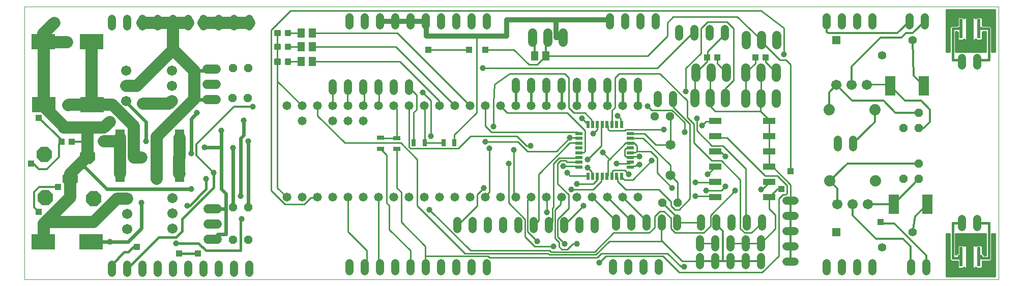
<source format=gtl>
G75*
%MOIN*%
%OFA0B0*%
%FSLAX25Y25*%
%IPPOS*%
%LPD*%
%AMOC8*
5,1,8,0,0,1.08239X$1,22.5*
%
%ADD10C,0.00000*%
%ADD11OC8,0.05200*%
%ADD12C,0.06000*%
%ADD13OC8,0.10000*%
%ADD14R,0.07900X0.04300*%
%ADD15C,0.05800*%
%ADD16C,0.06750*%
%ADD17R,0.05000X0.02200*%
%ADD18R,0.02200X0.05000*%
%ADD19C,0.06500*%
%ADD20C,0.05200*%
%ADD21R,0.15748X0.09843*%
%ADD22R,0.06181X0.11102*%
%ADD23R,0.03150X0.04724*%
%ADD24R,0.04724X0.03150*%
%ADD25R,0.05543X0.05543*%
%ADD26C,0.05543*%
%ADD27R,0.07087X0.12598*%
%ADD28C,0.07400*%
%ADD29R,0.05118X0.05906*%
%ADD30C,0.01181*%
%ADD31R,0.01969X0.12992*%
%ADD32R,0.01575X0.01969*%
%ADD33R,0.05118X0.12992*%
%ADD34R,0.03937X0.04331*%
%ADD35R,0.04331X0.03937*%
%ADD36C,0.00984*%
%ADD37C,0.03962*%
%ADD38C,0.02400*%
%ADD39C,0.01000*%
%ADD40C,0.01575*%
%ADD41C,0.01200*%
%ADD42R,0.03962X0.03962*%
%ADD43C,0.07874*%
%ADD44C,0.04750*%
%ADD45R,0.04750X0.04750*%
%ADD46C,0.03200*%
%ADD47C,0.01600*%
%ADD48R,0.03100X0.03100*%
%ADD49C,0.03100*%
D10*
X0115195Y0123933D02*
X0115195Y0302634D01*
X0753659Y0302634D01*
X0753659Y0123933D01*
X0115195Y0123933D01*
D11*
X0251967Y0149681D03*
X0261967Y0149681D03*
X0261967Y0171020D03*
X0251967Y0171020D03*
X0251573Y0242634D03*
X0261573Y0242634D03*
X0261967Y0262594D03*
X0251967Y0262594D03*
X0528089Y0230665D03*
X0538089Y0230665D03*
X0533148Y0174209D03*
X0543148Y0174209D03*
X0691396Y0189799D03*
X0701396Y0189799D03*
X0701396Y0199799D03*
X0701396Y0223264D03*
X0691396Y0223264D03*
X0701396Y0233264D03*
D12*
X0607974Y0239366D02*
X0607974Y0245366D01*
X0597974Y0245366D02*
X0597974Y0239366D01*
X0587974Y0239366D02*
X0587974Y0245366D01*
X0574510Y0245681D02*
X0574510Y0239681D01*
X0564510Y0239681D02*
X0564510Y0245681D01*
X0554510Y0245681D02*
X0554510Y0239681D01*
X0555297Y0256374D02*
X0555297Y0262374D01*
X0565297Y0262374D02*
X0565297Y0256374D01*
X0575297Y0256374D02*
X0575297Y0262374D01*
X0587974Y0262453D02*
X0587974Y0256453D01*
X0597974Y0256453D02*
X0597974Y0262453D01*
X0607974Y0262453D02*
X0607974Y0256453D01*
X0608100Y0277835D02*
X0608100Y0283835D01*
X0598100Y0283835D02*
X0598100Y0277835D01*
X0588100Y0277835D02*
X0588100Y0283835D01*
X0468112Y0285382D02*
X0468112Y0279382D01*
X0458112Y0279382D02*
X0458112Y0285382D01*
X0448112Y0285382D02*
X0448112Y0279382D01*
X0240793Y0261650D02*
X0234793Y0261650D01*
X0234793Y0251650D02*
X0240793Y0251650D01*
X0240793Y0241650D02*
X0234793Y0241650D01*
X0235581Y0169988D02*
X0241581Y0169988D01*
X0241581Y0159988D02*
X0235581Y0159988D01*
X0235581Y0149988D02*
X0241581Y0149988D01*
D13*
X0160510Y0176807D03*
X0145116Y0189878D03*
X0129014Y0177516D03*
X0128069Y0205665D03*
X0156415Y0204484D03*
D14*
X0567889Y0207634D03*
X0567889Y0217634D03*
X0567889Y0227634D03*
X0603289Y0227634D03*
X0603289Y0217634D03*
X0603289Y0207634D03*
X0603289Y0197634D03*
X0603289Y0187634D03*
X0603289Y0177634D03*
X0567889Y0177634D03*
X0567889Y0187634D03*
X0567889Y0197634D03*
D15*
X0517100Y0177862D03*
X0507100Y0177862D03*
X0497100Y0177862D03*
X0487100Y0177862D03*
X0477100Y0177862D03*
X0467100Y0177862D03*
X0457100Y0177862D03*
X0447100Y0177862D03*
X0437100Y0177862D03*
X0427100Y0177862D03*
X0417100Y0177862D03*
X0407100Y0177862D03*
X0397100Y0177862D03*
X0387100Y0177862D03*
X0377100Y0177862D03*
X0367100Y0177862D03*
X0357100Y0177862D03*
X0347100Y0177862D03*
X0337100Y0177862D03*
X0327100Y0177862D03*
X0317100Y0177862D03*
X0307100Y0177862D03*
X0297100Y0177862D03*
X0287100Y0177862D03*
X0297100Y0227862D03*
X0297100Y0237862D03*
X0287100Y0237862D03*
X0307100Y0237862D03*
X0317100Y0237862D03*
X0327100Y0237862D03*
X0337100Y0237862D03*
X0347100Y0237862D03*
X0357100Y0237862D03*
X0367100Y0237862D03*
X0377100Y0237862D03*
X0387100Y0237862D03*
X0397100Y0237862D03*
X0407100Y0237862D03*
X0417100Y0237862D03*
X0427100Y0237862D03*
X0437100Y0237862D03*
X0447100Y0237862D03*
X0457100Y0237862D03*
X0467100Y0237862D03*
X0477100Y0237862D03*
X0487100Y0237862D03*
X0497100Y0237862D03*
X0507100Y0237862D03*
X0517100Y0237862D03*
X0337100Y0227862D03*
X0327100Y0227862D03*
X0317100Y0227862D03*
D16*
X0211793Y0240941D03*
X0211793Y0250941D03*
X0211793Y0260941D03*
X0181998Y0260862D03*
X0181998Y0250862D03*
X0181998Y0240862D03*
X0182675Y0176650D03*
X0182675Y0166650D03*
X0182675Y0156650D03*
X0212085Y0157043D03*
X0212085Y0167043D03*
X0212085Y0177043D03*
X0647852Y0173146D03*
X0657852Y0173146D03*
X0667852Y0173146D03*
X0667360Y0251394D03*
X0657360Y0251394D03*
X0647360Y0251394D03*
D17*
X0512323Y0219531D03*
X0512323Y0216382D03*
X0512323Y0213232D03*
X0512323Y0210083D03*
X0512323Y0206933D03*
X0512323Y0203783D03*
X0512323Y0200634D03*
X0512323Y0197484D03*
X0478523Y0197484D03*
X0478523Y0200634D03*
X0478523Y0203783D03*
X0478523Y0206933D03*
X0478523Y0210083D03*
X0478523Y0213232D03*
X0478523Y0216382D03*
X0478523Y0219531D03*
D18*
X0484400Y0225408D03*
X0487549Y0225408D03*
X0490699Y0225408D03*
X0493848Y0225408D03*
X0496998Y0225408D03*
X0500148Y0225408D03*
X0503297Y0225408D03*
X0506447Y0225408D03*
X0506447Y0191608D03*
X0503297Y0191608D03*
X0500148Y0191608D03*
X0496998Y0191608D03*
X0493848Y0191608D03*
X0490699Y0191608D03*
X0487549Y0191608D03*
X0484400Y0191608D03*
D19*
X0538435Y0192185D03*
X0538435Y0212185D03*
D20*
X0540234Y0239443D02*
X0540234Y0244643D01*
X0530234Y0244643D02*
X0530234Y0239443D01*
X0517203Y0248302D02*
X0517203Y0253502D01*
X0507203Y0253502D02*
X0507203Y0248302D01*
X0497203Y0248302D02*
X0497203Y0253502D01*
X0487203Y0253502D02*
X0487203Y0248302D01*
X0477203Y0248302D02*
X0477203Y0253502D01*
X0467203Y0253502D02*
X0467203Y0248302D01*
X0457203Y0248302D02*
X0457203Y0253502D01*
X0447203Y0253502D02*
X0447203Y0248302D01*
X0437203Y0248302D02*
X0437203Y0253502D01*
X0367065Y0252517D02*
X0367065Y0247317D01*
X0357065Y0247317D02*
X0357065Y0252517D01*
X0347065Y0252517D02*
X0347065Y0247317D01*
X0337065Y0247317D02*
X0337065Y0252517D01*
X0327065Y0252517D02*
X0327065Y0247317D01*
X0317065Y0247317D02*
X0317065Y0252517D01*
X0328069Y0290624D02*
X0328069Y0295824D01*
X0338069Y0295824D02*
X0338069Y0290624D01*
X0348069Y0290624D02*
X0348069Y0295824D01*
X0358069Y0295824D02*
X0358069Y0290624D01*
X0368069Y0290624D02*
X0368069Y0295824D01*
X0378069Y0295824D02*
X0378069Y0290624D01*
X0388069Y0290624D02*
X0388069Y0295824D01*
X0398069Y0295824D02*
X0398069Y0290624D01*
X0408069Y0290624D02*
X0408069Y0295824D01*
X0418069Y0295824D02*
X0418069Y0290624D01*
X0498738Y0290624D02*
X0498738Y0295824D01*
X0508738Y0295824D02*
X0508738Y0290624D01*
X0518738Y0290624D02*
X0518738Y0295824D01*
X0528738Y0295824D02*
X0528738Y0290624D01*
X0544211Y0288210D02*
X0544211Y0283010D01*
X0554211Y0283010D02*
X0554211Y0288210D01*
X0564211Y0288210D02*
X0564211Y0283010D01*
X0574211Y0283010D02*
X0574211Y0288210D01*
X0640963Y0290624D02*
X0640963Y0295824D01*
X0650963Y0295824D02*
X0650963Y0290624D01*
X0660963Y0290624D02*
X0660963Y0295824D01*
X0670963Y0295824D02*
X0670963Y0290624D01*
X0695077Y0290624D02*
X0695077Y0295824D01*
X0705077Y0295824D02*
X0705077Y0290624D01*
X0729526Y0269250D02*
X0729526Y0264050D01*
X0739526Y0264050D02*
X0739526Y0269250D01*
X0658344Y0215608D02*
X0658344Y0210408D01*
X0648344Y0210408D02*
X0648344Y0215608D01*
X0619763Y0175429D02*
X0614563Y0175429D01*
X0614563Y0165429D02*
X0619763Y0165429D01*
X0619763Y0155429D02*
X0614563Y0155429D01*
X0598667Y0158538D02*
X0598667Y0163738D01*
X0588667Y0163738D02*
X0588667Y0158538D01*
X0578667Y0158538D02*
X0578667Y0163738D01*
X0568667Y0163738D02*
X0568667Y0158538D01*
X0558667Y0158538D02*
X0558667Y0163738D01*
X0542872Y0163690D02*
X0542872Y0158490D01*
X0532872Y0158490D02*
X0532872Y0163690D01*
X0522872Y0163690D02*
X0522872Y0158490D01*
X0512872Y0158490D02*
X0512872Y0163690D01*
X0502872Y0163690D02*
X0502872Y0158490D01*
X0488935Y0156766D02*
X0488935Y0161966D01*
X0478935Y0161966D02*
X0478935Y0156766D01*
X0468935Y0156766D02*
X0468935Y0161966D01*
X0458935Y0161966D02*
X0458935Y0156766D01*
X0448935Y0156766D02*
X0448935Y0161966D01*
X0438935Y0161966D02*
X0438935Y0156766D01*
X0428935Y0156766D02*
X0428935Y0161966D01*
X0418935Y0161966D02*
X0418935Y0156766D01*
X0408935Y0156766D02*
X0408935Y0161966D01*
X0398935Y0161966D02*
X0398935Y0156766D01*
X0398069Y0134407D02*
X0398069Y0129207D01*
X0388069Y0129207D02*
X0388069Y0134407D01*
X0378069Y0134407D02*
X0378069Y0129207D01*
X0368069Y0129207D02*
X0368069Y0134407D01*
X0358069Y0134407D02*
X0358069Y0129207D01*
X0348069Y0129207D02*
X0348069Y0134407D01*
X0338069Y0134407D02*
X0338069Y0129207D01*
X0328069Y0129207D02*
X0328069Y0134407D01*
X0262557Y0133423D02*
X0262557Y0128223D01*
X0252557Y0128223D02*
X0252557Y0133423D01*
X0242557Y0133423D02*
X0242557Y0128223D01*
X0232557Y0128223D02*
X0232557Y0133423D01*
X0222557Y0133423D02*
X0222557Y0128223D01*
X0212557Y0128223D02*
X0212557Y0133423D01*
X0202557Y0133423D02*
X0202557Y0128223D01*
X0192557Y0128223D02*
X0192557Y0133423D01*
X0182557Y0133423D02*
X0182557Y0128223D01*
X0172557Y0128223D02*
X0172557Y0133423D01*
X0408069Y0134407D02*
X0408069Y0129207D01*
X0418069Y0129207D02*
X0418069Y0134407D01*
X0500938Y0134607D02*
X0500938Y0129407D01*
X0510938Y0129407D02*
X0510938Y0134607D01*
X0520938Y0134607D02*
X0520938Y0129407D01*
X0530938Y0129407D02*
X0530938Y0134607D01*
X0557793Y0133144D02*
X0557793Y0138344D01*
X0567793Y0138344D02*
X0567793Y0133144D01*
X0577793Y0133144D02*
X0577793Y0138344D01*
X0577793Y0144955D02*
X0577793Y0150155D01*
X0567793Y0150155D02*
X0567793Y0144955D01*
X0557793Y0144955D02*
X0557793Y0150155D01*
X0587793Y0150155D02*
X0587793Y0144955D01*
X0597793Y0144955D02*
X0597793Y0150155D01*
X0614563Y0145429D02*
X0619763Y0145429D01*
X0619763Y0135429D02*
X0614563Y0135429D01*
X0597793Y0133144D02*
X0597793Y0138344D01*
X0587793Y0138344D02*
X0587793Y0133144D01*
X0640963Y0134407D02*
X0640963Y0129207D01*
X0650963Y0129207D02*
X0650963Y0134407D01*
X0660963Y0134407D02*
X0660963Y0129207D01*
X0670963Y0129207D02*
X0670963Y0134407D01*
X0696081Y0134407D02*
X0696081Y0129207D01*
X0706081Y0129207D02*
X0706081Y0134407D01*
X0729545Y0158243D02*
X0729545Y0163443D01*
X0739545Y0163443D02*
X0739545Y0158243D01*
X0262557Y0289640D02*
X0262557Y0294840D01*
X0252557Y0294840D02*
X0252557Y0289640D01*
X0242557Y0289640D02*
X0242557Y0294840D01*
X0232557Y0294840D02*
X0232557Y0289640D01*
X0222557Y0289640D02*
X0222557Y0294840D01*
X0212557Y0294840D02*
X0212557Y0289640D01*
X0202557Y0289640D02*
X0202557Y0294840D01*
X0192557Y0294840D02*
X0192557Y0289640D01*
X0182557Y0289640D02*
X0182557Y0294840D01*
X0172557Y0294840D02*
X0172557Y0289640D01*
D21*
X0159156Y0279642D03*
X0127659Y0279642D03*
X0128022Y0238547D03*
X0159518Y0238547D03*
X0158959Y0148539D03*
X0127463Y0148539D03*
D22*
X0177746Y0192972D03*
X0216801Y0192972D03*
X0216801Y0216831D03*
X0177746Y0216831D03*
D23*
X0370321Y0213461D03*
X0377407Y0213461D03*
X0389833Y0213461D03*
X0396919Y0213461D03*
D24*
X0359329Y0216413D03*
X0348423Y0216665D03*
X0348423Y0209579D03*
X0359329Y0209327D03*
D25*
X0647380Y0154858D03*
X0647380Y0280843D03*
D26*
X0677380Y0270843D03*
X0697380Y0280843D03*
X0697380Y0154858D03*
X0677380Y0144858D03*
D27*
X0684880Y0173146D03*
X0706927Y0173146D03*
X0704467Y0250902D03*
X0682419Y0250902D03*
D28*
X0672518Y0235154D03*
X0642518Y0235154D03*
X0643010Y0188402D03*
X0673010Y0188402D03*
D29*
X0457026Y0270587D03*
X0449545Y0270587D03*
X0303974Y0266650D03*
X0296494Y0266650D03*
X0296494Y0276492D03*
X0303974Y0276492D03*
X0303974Y0285350D03*
X0296494Y0285350D03*
D30*
X0289317Y0286728D02*
X0289317Y0283972D01*
X0286561Y0283972D01*
X0286561Y0286728D01*
X0289317Y0286728D01*
X0289317Y0285152D02*
X0286561Y0285152D01*
X0286561Y0286332D02*
X0289317Y0286332D01*
X0282411Y0286728D02*
X0282411Y0283972D01*
X0279655Y0283972D01*
X0279655Y0286728D01*
X0282411Y0286728D01*
X0282411Y0285152D02*
X0279655Y0285152D01*
X0279655Y0286332D02*
X0282411Y0286332D01*
X0282411Y0277870D02*
X0282411Y0275114D01*
X0279655Y0275114D01*
X0279655Y0277870D01*
X0282411Y0277870D01*
X0282411Y0276294D02*
X0279655Y0276294D01*
X0279655Y0277474D02*
X0282411Y0277474D01*
X0289317Y0277870D02*
X0289317Y0275114D01*
X0286561Y0275114D01*
X0286561Y0277870D01*
X0289317Y0277870D01*
X0289317Y0276294D02*
X0286561Y0276294D01*
X0286561Y0277474D02*
X0289317Y0277474D01*
X0289317Y0268028D02*
X0289317Y0265272D01*
X0286561Y0265272D01*
X0286561Y0268028D01*
X0289317Y0268028D01*
X0289317Y0266452D02*
X0286561Y0266452D01*
X0286561Y0267632D02*
X0289317Y0267632D01*
X0282411Y0268028D02*
X0282411Y0265272D01*
X0279655Y0265272D01*
X0279655Y0268028D01*
X0282411Y0268028D01*
X0282411Y0266452D02*
X0279655Y0266452D01*
X0279655Y0267632D02*
X0282411Y0267632D01*
D31*
X0728876Y0288303D03*
X0740687Y0288303D03*
X0740687Y0138697D03*
X0728876Y0138697D03*
D32*
X0727498Y0138697D03*
X0742065Y0138697D03*
X0742065Y0288303D03*
X0727498Y0288303D03*
D33*
X0734781Y0288303D03*
X0734781Y0138697D03*
D34*
X0600825Y0269602D03*
X0594132Y0269602D03*
X0569329Y0269602D03*
X0562636Y0269602D03*
D35*
X0146100Y0213992D03*
X0139407Y0213992D03*
D36*
X0281033Y0183929D02*
X0287100Y0177862D01*
X0281033Y0183929D02*
X0281033Y0253929D01*
X0297100Y0237862D01*
X0281033Y0253929D02*
X0281033Y0266650D01*
X0281033Y0276492D01*
X0281033Y0285350D01*
X0287939Y0285350D02*
X0296494Y0285350D01*
X0303974Y0285350D02*
X0359612Y0285350D01*
X0407100Y0237862D01*
X0411455Y0233185D02*
X0411455Y0283382D01*
X0406533Y0274524D02*
X0379959Y0274524D01*
X0361258Y0266650D02*
X0303974Y0266650D01*
X0296494Y0266650D02*
X0287939Y0266650D01*
X0287939Y0276492D02*
X0296494Y0276492D01*
X0303974Y0276492D02*
X0358470Y0276492D01*
X0397100Y0237862D01*
X0387100Y0237862D02*
X0386848Y0238114D01*
X0386848Y0241059D01*
X0361258Y0266650D01*
X0367065Y0249917D02*
X0372085Y0244898D01*
X0372085Y0235154D01*
X0370321Y0233390D01*
X0370321Y0213461D01*
X0377407Y0213461D02*
X0389833Y0213461D01*
X0396919Y0213461D02*
X0396919Y0218650D01*
X0411455Y0233185D01*
X0417100Y0237862D02*
X0417100Y0224587D01*
X0421297Y0220390D01*
X0477665Y0220390D01*
X0478523Y0219531D01*
X0512323Y0219531D02*
X0512449Y0219406D01*
X0521691Y0219406D01*
X0528817Y0212280D01*
X0538435Y0212185D01*
X0538482Y0230272D01*
X0538089Y0230665D01*
X0554510Y0242681D02*
X0554510Y0258587D01*
X0555297Y0259374D01*
X0562636Y0266713D01*
X0562636Y0269602D01*
X0563030Y0269996D01*
X0563030Y0273539D01*
X0574211Y0284720D01*
X0574211Y0285610D01*
X0582258Y0296177D02*
X0598100Y0280835D01*
X0598100Y0279807D01*
X0610274Y0267634D01*
X0614211Y0267634D01*
X0617163Y0264681D01*
X0617163Y0194799D01*
X0617163Y0185941D02*
X0605470Y0197634D01*
X0603289Y0197634D01*
X0603289Y0207634D01*
X0603289Y0217634D01*
X0603289Y0227634D01*
X0603289Y0228359D01*
X0597478Y0234169D01*
X0597478Y0241870D01*
X0597974Y0242366D01*
X0597974Y0259453D01*
X0594132Y0265610D02*
X0587974Y0259453D01*
X0587974Y0242366D01*
X0597478Y0234169D02*
X0567951Y0234169D01*
X0564998Y0237122D01*
X0564998Y0242193D01*
X0564510Y0242681D01*
X0564510Y0258587D01*
X0565297Y0259374D01*
X0569329Y0265343D02*
X0575297Y0259374D01*
X0569329Y0265343D02*
X0569329Y0269602D01*
X0594132Y0269602D02*
X0594132Y0265610D01*
X0600825Y0266602D02*
X0600825Y0269602D01*
X0600825Y0266602D02*
X0607974Y0259453D01*
X0536455Y0283382D02*
X0536455Y0292240D01*
X0540392Y0296177D01*
X0582258Y0296177D01*
X0536455Y0283382D02*
X0523659Y0270587D01*
X0457026Y0270587D01*
X0451120Y0264681D01*
X0445904Y0264681D01*
X0436061Y0274524D01*
X0417360Y0274524D01*
X0377407Y0237555D02*
X0377100Y0237862D01*
X0377407Y0237555D02*
X0377407Y0213461D01*
X0359329Y0216413D02*
X0359329Y0235634D01*
X0357100Y0237862D01*
X0359329Y0216413D02*
X0348675Y0216413D01*
X0348423Y0216665D01*
X0348423Y0209579D02*
X0352400Y0205602D01*
X0352400Y0174130D01*
X0354368Y0172161D01*
X0354368Y0156413D01*
X0368069Y0142713D01*
X0368069Y0131807D01*
X0377990Y0131886D02*
X0378069Y0131807D01*
X0377990Y0131886D02*
X0377990Y0139126D01*
X0377990Y0145587D01*
X0362242Y0161335D01*
X0362242Y0181020D01*
X0359329Y0183933D01*
X0359329Y0209327D01*
X0327100Y0177862D02*
X0327100Y0155138D01*
X0339604Y0142634D01*
X0339604Y0133343D01*
X0338069Y0131807D01*
X0491844Y0134764D02*
X0496207Y0139126D01*
X0496813Y0139126D01*
X0532518Y0149524D02*
X0532518Y0161035D01*
X0532872Y0161090D01*
X0542872Y0161090D02*
X0542872Y0164484D01*
X0533148Y0174209D01*
X0543148Y0174209D02*
X0543148Y0187614D01*
X0538435Y0192185D01*
X0538482Y0198677D01*
X0520707Y0216453D01*
X0512394Y0216453D01*
X0512323Y0216382D01*
X0507100Y0177862D02*
X0522872Y0162091D01*
X0522872Y0161090D01*
X0512872Y0161090D02*
X0512872Y0162091D01*
X0497100Y0177862D01*
X0487100Y0177862D02*
X0502872Y0162091D01*
X0502872Y0161090D01*
X0532518Y0149524D02*
X0532823Y0149219D01*
X0546297Y0135744D01*
X0557793Y0135744D01*
X0557793Y0147555D02*
X0567793Y0147555D01*
X0577793Y0147555D02*
X0587793Y0147555D01*
X0597793Y0147555D01*
X0607321Y0157083D01*
X0607321Y0166256D01*
X0603289Y0170288D01*
X0603289Y0177634D01*
X0608643Y0182988D01*
X0611258Y0182988D01*
X0617163Y0185941D02*
X0617163Y0175429D01*
X0558667Y0161138D02*
X0543124Y0161138D01*
X0542872Y0161090D01*
D37*
X0554904Y0178449D03*
X0562053Y0182024D03*
X0554904Y0187386D03*
X0562947Y0192748D03*
X0574565Y0184705D03*
X0580821Y0182024D03*
X0597801Y0182917D03*
X0574565Y0204366D03*
X0547754Y0220453D03*
X0559372Y0224921D03*
X0555797Y0229390D03*
X0534348Y0222240D03*
X0523624Y0237433D03*
X0503963Y0231177D03*
X0487876Y0219559D03*
X0472683Y0216878D03*
X0494132Y0207047D03*
X0484301Y0202579D03*
X0484301Y0197217D03*
X0470896Y0193642D03*
X0468215Y0198110D03*
X0477152Y0186492D03*
X0473577Y0182917D03*
X0481620Y0172193D03*
X0457490Y0167724D03*
X0451234Y0148957D03*
X0461959Y0145382D03*
X0469108Y0147169D03*
X0477152Y0147169D03*
X0491844Y0134764D03*
X0547478Y0132008D03*
X0539711Y0183811D03*
X0518262Y0199004D03*
X0526305Y0201685D03*
X0518262Y0204366D03*
X0503069Y0199898D03*
X0511112Y0192748D03*
X0446766Y0211516D03*
X0436041Y0208835D03*
X0419955Y0209728D03*
X0417274Y0214197D03*
X0422636Y0224028D03*
X0381526Y0217772D03*
X0432467Y0199898D03*
X0416380Y0183811D03*
X0380632Y0169512D03*
X0261848Y0214484D03*
X0252006Y0210055D03*
X0244132Y0221374D03*
X0258896Y0228264D03*
X0264801Y0237122D03*
X0228384Y0233185D03*
X0194919Y0214484D03*
X0224447Y0206610D03*
X0233305Y0210547D03*
X0239211Y0193815D03*
X0234289Y0189878D03*
X0224447Y0182988D03*
X0201809Y0189878D03*
X0191967Y0174130D03*
X0221986Y0172161D03*
X0256927Y0178559D03*
X0257419Y0163303D03*
X0214604Y0147555D03*
X0171297Y0148539D03*
X0376163Y0246370D03*
X0415486Y0262457D03*
X0480726Y0229390D03*
X0548648Y0247264D03*
X0612994Y0271394D03*
D38*
X0261848Y0214484D02*
X0261848Y0179012D01*
X0261967Y0171020D01*
X0251967Y0171020D02*
X0252006Y0178933D01*
X0252006Y0210055D01*
X0244132Y0210547D02*
X0233305Y0210547D01*
X0224447Y0206610D02*
X0224447Y0229248D01*
X0228384Y0233185D01*
X0226809Y0241650D02*
X0226415Y0242043D01*
X0226809Y0241650D02*
X0237793Y0241650D01*
X0258896Y0228264D02*
X0258896Y0218421D01*
X0256927Y0216453D01*
X0256927Y0178559D01*
X0247085Y0180035D02*
X0247085Y0170193D01*
X0247085Y0153461D01*
X0242053Y0153461D01*
X0238581Y0149988D01*
X0238581Y0169988D02*
X0238785Y0170193D01*
X0247085Y0170193D01*
X0247085Y0180035D02*
X0244132Y0182988D01*
X0244132Y0210547D01*
X0244132Y0221374D01*
X0194919Y0227280D02*
X0194919Y0214484D01*
X0194919Y0227280D02*
X0181998Y0240201D01*
X0181998Y0240862D01*
X0226415Y0260744D02*
X0236888Y0260744D01*
X0237793Y0261650D01*
X0169329Y0182988D02*
X0155077Y0197240D01*
X0169329Y0182988D02*
X0224447Y0182988D01*
X0191967Y0174130D02*
X0191967Y0157398D01*
X0183108Y0148539D01*
X0171297Y0148539D01*
X0158959Y0148539D01*
D39*
X0276963Y0182024D02*
X0276963Y0287480D01*
X0289474Y0299992D01*
X0597801Y0299992D01*
X0612994Y0288799D01*
X0612994Y0271394D01*
X0579927Y0288374D02*
X0575459Y0292843D01*
X0562947Y0292843D01*
X0558478Y0288374D01*
X0558478Y0272287D01*
X0548648Y0262457D01*
X0548648Y0247264D01*
X0549541Y0241008D02*
X0549541Y0230283D01*
X0554010Y0225815D01*
X0554010Y0213303D01*
X0565628Y0201685D01*
X0571884Y0201685D01*
X0584396Y0189173D01*
X0584396Y0157000D01*
X0587077Y0154319D01*
X0591545Y0154319D01*
X0597801Y0160575D01*
X0598667Y0161138D01*
X0588667Y0161138D02*
X0587970Y0161469D01*
X0587970Y0196323D01*
X0572778Y0211516D01*
X0565628Y0211516D01*
X0555797Y0221346D01*
X0555797Y0229390D01*
X0551329Y0225815D02*
X0540604Y0236539D01*
X0540604Y0241902D01*
X0540234Y0242043D01*
X0549541Y0241008D02*
X0531667Y0258882D01*
X0504856Y0258882D01*
X0502175Y0256201D01*
X0502175Y0236539D01*
X0500388Y0234752D01*
X0500388Y0225815D01*
X0500148Y0225408D01*
X0497707Y0224921D02*
X0496998Y0225408D01*
X0497707Y0224921D02*
X0497707Y0222240D01*
X0498600Y0221346D01*
X0508431Y0221346D01*
X0509325Y0222240D01*
X0534348Y0222240D01*
X0547754Y0220453D02*
X0547754Y0226709D01*
X0539711Y0234752D01*
X0526305Y0234752D01*
X0523624Y0237433D01*
X0505750Y0229390D02*
X0503963Y0231177D01*
X0505750Y0229390D02*
X0505750Y0225815D01*
X0506447Y0225408D01*
X0493848Y0225408D02*
X0493238Y0224921D01*
X0493238Y0211516D01*
X0484301Y0202579D01*
X0481620Y0207047D02*
X0482514Y0207941D01*
X0482514Y0221346D01*
X0470896Y0232965D01*
X0431573Y0232965D01*
X0427104Y0237433D01*
X0427100Y0237862D01*
X0422636Y0240075D02*
X0423266Y0251886D01*
X0433108Y0258776D01*
X0441404Y0258882D01*
X0469108Y0258882D01*
X0471789Y0256201D01*
X0471789Y0236539D01*
X0475364Y0232965D01*
X0482514Y0232965D01*
X0486982Y0228496D01*
X0486982Y0225815D01*
X0487549Y0225408D01*
X0490557Y0224921D02*
X0490699Y0225408D01*
X0490557Y0224921D02*
X0490557Y0222240D01*
X0487876Y0219559D01*
X0478523Y0216382D02*
X0478045Y0216878D01*
X0472683Y0216878D01*
X0463746Y0207941D01*
X0444978Y0207941D01*
X0438722Y0214197D01*
X0417274Y0214197D01*
X0419955Y0209728D02*
X0419955Y0181130D01*
X0417274Y0178449D01*
X0417100Y0177862D01*
X0411911Y0179343D02*
X0411911Y0172193D01*
X0399400Y0159681D01*
X0398935Y0159366D01*
X0407443Y0142701D02*
X0380632Y0169512D01*
X0372589Y0172193D02*
X0403868Y0140913D01*
X0458384Y0140913D01*
X0459278Y0140020D01*
X0489663Y0140020D01*
X0498600Y0148957D01*
X0532561Y0148957D01*
X0532823Y0149219D01*
X0524518Y0154319D02*
X0528093Y0157894D01*
X0528093Y0165043D01*
X0531667Y0168618D01*
X0534348Y0168618D01*
X0538817Y0164150D01*
X0538817Y0157000D01*
X0541498Y0154319D01*
X0560266Y0154319D01*
X0564734Y0158787D01*
X0564734Y0165937D01*
X0580821Y0182024D01*
X0574565Y0184705D02*
X0571884Y0182024D01*
X0562053Y0182024D01*
X0567415Y0178449D02*
X0554904Y0178449D01*
X0551329Y0176661D02*
X0551329Y0225815D01*
X0559372Y0224921D02*
X0562053Y0227602D01*
X0567415Y0227602D01*
X0567889Y0227634D01*
X0567889Y0217634D02*
X0568309Y0216878D01*
X0575459Y0216878D01*
X0600482Y0191854D01*
X0608526Y0191854D01*
X0614781Y0185598D01*
X0614781Y0180236D01*
X0613888Y0179343D01*
X0612100Y0179343D01*
X0609419Y0176661D01*
X0609419Y0139126D01*
X0598695Y0128402D01*
X0544148Y0128402D01*
X0533423Y0139126D01*
X0496813Y0139126D01*
X0493238Y0140913D02*
X0490557Y0138232D01*
X0419955Y0138232D01*
X0419061Y0139126D01*
X0377990Y0139126D01*
X0377951Y0139126D01*
X0407443Y0142701D02*
X0459278Y0142701D01*
X0460171Y0141807D01*
X0488770Y0141807D01*
X0501281Y0154319D01*
X0524518Y0154319D01*
X0536679Y0140913D02*
X0493238Y0140913D01*
X0477152Y0147169D02*
X0474470Y0147169D01*
X0470896Y0143594D01*
X0467321Y0143594D01*
X0465533Y0145382D01*
X0465533Y0148063D01*
X0462852Y0150744D01*
X0462852Y0169512D01*
X0466427Y0173087D01*
X0466427Y0177555D01*
X0467100Y0177862D01*
X0471789Y0179343D02*
X0471789Y0170406D01*
X0464640Y0163256D01*
X0464640Y0151638D01*
X0469108Y0147169D01*
X0461959Y0145382D02*
X0449447Y0145382D01*
X0443191Y0151638D01*
X0443191Y0163256D01*
X0432467Y0173980D01*
X0432467Y0199898D01*
X0452128Y0192748D02*
X0452128Y0162362D01*
X0449447Y0159681D01*
X0448935Y0159366D01*
X0444978Y0155213D02*
X0444978Y0175768D01*
X0446766Y0177555D01*
X0447100Y0177862D01*
X0457100Y0177862D02*
X0457490Y0177555D01*
X0457490Y0167724D01*
X0461065Y0170406D02*
X0461065Y0161469D01*
X0459278Y0159681D01*
X0458935Y0159366D01*
X0468935Y0159366D02*
X0469108Y0159681D01*
X0481620Y0172193D01*
X0471789Y0179343D02*
X0464640Y0186492D01*
X0464640Y0199898D01*
X0466427Y0201685D01*
X0470002Y0201685D01*
X0470896Y0200791D01*
X0478045Y0200791D01*
X0478523Y0200634D01*
X0478045Y0198110D02*
X0478523Y0197484D01*
X0478045Y0198110D02*
X0468215Y0198110D01*
X0470896Y0193642D02*
X0472683Y0191854D01*
X0484301Y0191854D01*
X0484400Y0191608D01*
X0486982Y0191854D02*
X0486982Y0194535D01*
X0484301Y0197217D01*
X0478523Y0203783D02*
X0478045Y0203472D01*
X0465533Y0203472D01*
X0461959Y0199898D01*
X0461959Y0171299D01*
X0461065Y0170406D01*
X0473577Y0182917D02*
X0487876Y0182917D01*
X0493238Y0188280D01*
X0493238Y0190961D01*
X0493848Y0191608D01*
X0490699Y0191608D02*
X0490557Y0190961D01*
X0490557Y0189173D01*
X0487876Y0186492D01*
X0477152Y0186492D01*
X0486982Y0191854D02*
X0487549Y0191608D01*
X0496998Y0191608D02*
X0497707Y0191854D01*
X0497707Y0201685D01*
X0498600Y0202579D01*
X0494132Y0207047D01*
X0498600Y0202579D02*
X0509325Y0213303D01*
X0512006Y0213303D01*
X0512323Y0213232D01*
X0512900Y0213303D01*
X0514687Y0213303D01*
X0516474Y0211516D01*
X0516474Y0207941D01*
X0525411Y0207941D01*
X0529880Y0203472D01*
X0529880Y0193642D01*
X0539711Y0183811D01*
X0554904Y0187386D02*
X0567415Y0187386D01*
X0567889Y0187634D01*
X0562947Y0192748D02*
X0567415Y0197217D01*
X0567889Y0197634D01*
X0568309Y0207047D02*
X0567889Y0207634D01*
X0568309Y0207047D02*
X0571884Y0207047D01*
X0574565Y0204366D01*
X0598695Y0182917D02*
X0603163Y0187386D01*
X0603289Y0187634D01*
X0598695Y0182917D02*
X0597801Y0182917D01*
X0567889Y0177634D02*
X0567415Y0178449D01*
X0551329Y0176661D02*
X0544179Y0169512D01*
X0541498Y0169512D01*
X0538817Y0172193D01*
X0538817Y0174874D01*
X0530774Y0182917D01*
X0509325Y0182917D01*
X0503963Y0188280D01*
X0503963Y0190961D01*
X0503297Y0191608D01*
X0500388Y0191854D02*
X0500388Y0194535D01*
X0501281Y0195429D01*
X0508431Y0195429D01*
X0511112Y0192748D01*
X0513793Y0189173D02*
X0508431Y0189173D01*
X0506644Y0190961D01*
X0506447Y0191608D01*
X0500388Y0191854D02*
X0500148Y0191608D01*
X0503069Y0199898D02*
X0512006Y0199898D01*
X0512323Y0200634D01*
X0512900Y0198110D02*
X0512323Y0197484D01*
X0512900Y0198110D02*
X0515581Y0198110D01*
X0516474Y0199004D01*
X0518262Y0199004D01*
X0512900Y0204366D02*
X0512323Y0203783D01*
X0512006Y0204366D01*
X0509325Y0204366D01*
X0508431Y0205260D01*
X0508431Y0208835D01*
X0509325Y0209728D01*
X0512006Y0209728D01*
X0512323Y0210083D01*
X0512900Y0207047D02*
X0512323Y0206933D01*
X0512900Y0207047D02*
X0515581Y0207047D01*
X0516474Y0207941D01*
X0518262Y0204366D02*
X0512900Y0204366D01*
X0526305Y0201685D02*
X0513793Y0189173D01*
X0481620Y0207047D02*
X0478939Y0207047D01*
X0478523Y0206933D01*
X0478523Y0213232D02*
X0478045Y0213303D01*
X0472683Y0213303D01*
X0452128Y0192748D01*
X0436935Y0178449D02*
X0437100Y0177862D01*
X0436935Y0178449D02*
X0436041Y0179343D01*
X0436041Y0208835D01*
X0444085Y0211516D02*
X0437829Y0217772D01*
X0407443Y0217772D01*
X0399400Y0209728D01*
X0368120Y0209728D01*
X0367226Y0210622D01*
X0367226Y0237433D01*
X0367100Y0237862D01*
X0376163Y0246370D02*
X0381526Y0241008D01*
X0381526Y0217772D01*
X0372589Y0202579D02*
X0361864Y0213303D01*
X0325222Y0213303D01*
X0307348Y0231177D01*
X0307348Y0237433D01*
X0307100Y0237862D01*
X0317100Y0237862D02*
X0317179Y0238327D01*
X0317179Y0249051D01*
X0317065Y0249917D01*
X0327010Y0249051D02*
X0327065Y0249917D01*
X0327010Y0249051D02*
X0327010Y0238327D01*
X0327100Y0237862D01*
X0337100Y0237862D02*
X0337734Y0238327D01*
X0337734Y0249051D01*
X0337065Y0249917D01*
X0347065Y0249917D02*
X0347565Y0249051D01*
X0347565Y0238327D01*
X0347100Y0237862D01*
X0415486Y0262457D02*
X0529880Y0262457D01*
X0552222Y0284799D01*
X0554010Y0284799D01*
X0554211Y0285610D01*
X0579927Y0288374D02*
X0579927Y0254413D01*
X0574565Y0249051D01*
X0574565Y0242795D01*
X0574510Y0242681D01*
X0484400Y0225408D02*
X0484301Y0225815D01*
X0480726Y0229390D01*
X0446766Y0211516D02*
X0444085Y0211516D01*
X0422636Y0224028D02*
X0422636Y0240075D01*
X0422636Y0240114D01*
X0372589Y0202579D02*
X0372589Y0172193D01*
X0347100Y0177862D02*
X0347100Y0132776D01*
X0302880Y0177555D02*
X0298411Y0173087D01*
X0285900Y0173087D01*
X0276963Y0182024D01*
X0302880Y0177555D02*
X0306455Y0177555D01*
X0307100Y0177862D01*
X0411911Y0179343D02*
X0416380Y0183811D01*
X0444978Y0155213D02*
X0451234Y0148957D01*
X0536679Y0140913D02*
X0545585Y0132008D01*
X0547478Y0132008D01*
X0739545Y0160843D02*
X0742026Y0160382D01*
X0682419Y0250902D02*
X0681809Y0251732D01*
X0667510Y0251732D01*
X0667360Y0251394D01*
D40*
X0257419Y0163303D02*
X0256927Y0162319D01*
X0256927Y0142634D01*
X0234289Y0142634D01*
X0229368Y0147555D01*
X0214604Y0147555D01*
X0214604Y0151492D02*
X0203226Y0151492D01*
X0182557Y0130823D01*
X0214604Y0151492D02*
X0218541Y0155429D01*
X0218541Y0163303D01*
X0239211Y0183972D01*
X0239211Y0193815D01*
X0234289Y0189878D02*
X0234289Y0182988D01*
X0223463Y0172161D01*
X0221986Y0172161D01*
X0155077Y0197240D02*
X0152478Y0197240D01*
X0145116Y0189878D01*
X0155077Y0197240D02*
X0152124Y0200193D01*
D41*
X0137833Y0204150D02*
X0137833Y0212417D01*
X0139407Y0213992D01*
X0139407Y0215370D01*
X0124545Y0229740D01*
X0146100Y0213992D02*
X0155549Y0213992D01*
X0156533Y0213008D01*
X0137833Y0204150D02*
X0129959Y0196276D01*
X0124545Y0196276D01*
X0121100Y0199720D01*
X0119624Y0199720D01*
X0125037Y0184465D02*
X0121593Y0181020D01*
X0121593Y0171177D01*
X0124545Y0168224D01*
X0125037Y0184465D02*
X0137341Y0184465D01*
X0227892Y0205134D02*
X0239211Y0193815D01*
X0227892Y0205134D02*
X0227892Y0212516D01*
X0252498Y0237122D01*
X0264801Y0237122D01*
X0449545Y0270587D02*
X0449545Y0280949D01*
X0448112Y0282382D01*
X0457026Y0281295D02*
X0458112Y0282382D01*
X0457026Y0281295D02*
X0457026Y0270587D01*
X0640963Y0286157D02*
X0641770Y0285350D01*
X0687203Y0285350D01*
X0695077Y0293224D01*
X0692951Y0285350D02*
X0697203Y0285350D01*
X0705077Y0293224D01*
X0692951Y0285350D02*
X0689998Y0282398D01*
X0676219Y0282398D01*
X0657360Y0263539D01*
X0657360Y0251394D01*
X0647360Y0251394D02*
X0642518Y0246551D01*
X0642518Y0235154D01*
X0657695Y0241059D02*
X0647360Y0251394D01*
X0657695Y0241059D02*
X0678187Y0241059D01*
X0685982Y0233264D01*
X0701396Y0233264D01*
X0708699Y0235154D02*
X0702793Y0241059D01*
X0692262Y0241059D01*
X0682419Y0250902D01*
X0697872Y0257496D02*
X0704467Y0250902D01*
X0697872Y0257496D02*
X0697380Y0280843D01*
X0640963Y0286157D02*
X0640963Y0293224D01*
X0672518Y0235154D02*
X0672518Y0227181D01*
X0658344Y0213008D01*
X0654407Y0199799D02*
X0643010Y0188402D01*
X0647852Y0183559D01*
X0647852Y0173146D01*
X0657852Y0173146D02*
X0657852Y0165921D01*
X0673266Y0150508D01*
X0690982Y0150508D01*
X0695904Y0145587D01*
X0695904Y0131984D01*
X0696081Y0131807D01*
X0706081Y0131807D02*
X0706081Y0139543D01*
X0685274Y0160350D01*
X0677203Y0160350D01*
X0676219Y0161335D01*
X0697380Y0154858D02*
X0698856Y0165075D01*
X0706927Y0173146D01*
X0701396Y0189799D02*
X0684880Y0173283D01*
X0684880Y0173146D01*
X0667852Y0173146D01*
X0654407Y0199799D02*
X0701396Y0199799D01*
X0701396Y0223264D02*
X0704683Y0223264D01*
X0708699Y0227280D01*
X0708699Y0235154D01*
X0617163Y0175429D02*
X0617163Y0165429D01*
X0617163Y0155429D01*
X0617163Y0145429D01*
X0617163Y0135429D01*
X0597793Y0135744D02*
X0587793Y0135744D01*
X0577793Y0135744D01*
X0572872Y0135744D01*
X0572872Y0155429D01*
X0568667Y0159634D01*
X0568667Y0161138D01*
X0567793Y0135744D02*
X0557793Y0135744D01*
X0567793Y0135744D02*
X0572872Y0135744D01*
D42*
X0676219Y0161335D03*
X0611258Y0182988D03*
X0617163Y0194799D03*
X0417360Y0274524D03*
X0406533Y0274524D03*
X0379959Y0274524D03*
X0137341Y0184465D03*
X0119624Y0199720D03*
X0124545Y0229740D03*
X0124545Y0168224D03*
X0189014Y0145094D03*
X0216573Y0140665D03*
X0228876Y0140665D03*
D43*
X0175785Y0176650D02*
X0160470Y0161335D01*
X0128974Y0161335D01*
X0127990Y0160350D01*
X0127990Y0149067D01*
X0127463Y0148539D01*
X0128974Y0161335D02*
X0145116Y0177476D01*
X0145116Y0189878D01*
X0145116Y0193185D01*
X0152124Y0200193D01*
X0156415Y0204484D01*
X0156533Y0204484D01*
X0156533Y0213008D01*
X0156533Y0223343D01*
X0167360Y0223343D01*
X0171297Y0227280D01*
X0156533Y0223343D02*
X0140785Y0223343D01*
X0140785Y0224327D01*
X0128022Y0237091D01*
X0128022Y0238547D01*
X0128022Y0279280D01*
X0127659Y0279642D01*
X0143246Y0279445D01*
X0134880Y0292240D02*
X0127659Y0285020D01*
X0127659Y0279642D01*
X0159156Y0279642D02*
X0159156Y0238909D01*
X0159518Y0238547D01*
X0172825Y0238547D01*
X0187045Y0224327D01*
X0187045Y0203657D01*
X0191967Y0203657D01*
X0177746Y0192972D02*
X0177746Y0214484D01*
X0177746Y0216831D01*
X0174250Y0214484D02*
X0167360Y0214484D01*
X0201809Y0217437D02*
X0226415Y0242043D01*
X0226415Y0260744D01*
X0212636Y0274524D01*
X0212557Y0292240D01*
X0202557Y0292240D01*
X0192557Y0292240D01*
X0212557Y0292240D02*
X0222557Y0292240D01*
X0232557Y0292240D02*
X0242557Y0292240D01*
X0252557Y0292240D01*
X0262557Y0292240D01*
X0212636Y0274524D02*
X0188974Y0250862D01*
X0181998Y0250862D01*
X0192951Y0239091D02*
X0209943Y0239091D01*
X0211793Y0240941D01*
X0216801Y0216831D02*
X0216801Y0203886D01*
X0216573Y0203657D01*
X0216573Y0193201D01*
X0216801Y0192972D01*
X0201809Y0189878D02*
X0201809Y0217437D01*
X0159518Y0238547D02*
X0144179Y0238547D01*
X0143738Y0238106D01*
X0175785Y0176650D02*
X0182675Y0176650D01*
D44*
X0191967Y0203657D03*
X0216573Y0203657D03*
X0167360Y0214484D03*
X0171297Y0227280D03*
X0192951Y0239091D03*
X0143738Y0238106D03*
X0127990Y0160350D03*
D45*
X0143246Y0279445D03*
D46*
X0174250Y0214484D02*
X0177746Y0214484D01*
X0348069Y0293224D02*
X0358069Y0293224D01*
X0368069Y0293224D01*
X0378069Y0293224D01*
X0378482Y0292811D01*
X0378482Y0283382D01*
X0411455Y0283382D01*
X0431140Y0283382D01*
X0431140Y0294209D01*
X0463620Y0294209D01*
X0463620Y0282382D01*
X0468112Y0282382D01*
X0463620Y0294209D02*
X0498738Y0294209D01*
X0498738Y0293224D01*
D47*
X0497203Y0250902D02*
X0497100Y0237862D01*
X0487100Y0237862D02*
X0487203Y0250902D01*
X0477203Y0250902D02*
X0477100Y0237862D01*
X0467100Y0237862D02*
X0467203Y0250902D01*
X0457203Y0250902D02*
X0457100Y0237862D01*
X0447100Y0237862D02*
X0447203Y0250902D01*
X0437203Y0250902D02*
X0437100Y0237862D01*
X0507100Y0237862D02*
X0507203Y0250902D01*
X0517203Y0250902D02*
X0517100Y0237862D01*
X0719526Y0273539D02*
X0719526Y0300334D01*
X0751022Y0300334D01*
X0751022Y0273539D01*
X0749285Y0273539D01*
X0749285Y0289214D01*
X0747996Y0290503D01*
X0746173Y0290503D01*
X0743616Y0290503D01*
X0743432Y0290687D01*
X0743071Y0290687D01*
X0743071Y0295379D01*
X0742251Y0296199D01*
X0739123Y0296199D01*
X0738522Y0295598D01*
X0737920Y0296199D01*
X0731643Y0296199D01*
X0731041Y0295598D01*
X0730440Y0296199D01*
X0727312Y0296199D01*
X0726492Y0295379D01*
X0726492Y0290687D01*
X0726131Y0290687D01*
X0725946Y0290503D01*
X0722551Y0290503D01*
X0721263Y0289214D01*
X0721263Y0273539D01*
X0719526Y0273539D01*
X0719526Y0274193D02*
X0721263Y0274193D01*
X0721263Y0275792D02*
X0719526Y0275792D01*
X0719526Y0277390D02*
X0721263Y0277390D01*
X0721263Y0278989D02*
X0719526Y0278989D01*
X0719526Y0280587D02*
X0721263Y0280587D01*
X0721263Y0282186D02*
X0719526Y0282186D01*
X0719526Y0283784D02*
X0721263Y0283784D01*
X0721263Y0285383D02*
X0719526Y0285383D01*
X0719526Y0286981D02*
X0721263Y0286981D01*
X0721263Y0288580D02*
X0719526Y0288580D01*
X0719526Y0290178D02*
X0722226Y0290178D01*
X0723463Y0288303D02*
X0723463Y0267634D01*
X0729526Y0267634D01*
X0729526Y0266650D01*
X0729526Y0267634D01*
X0725663Y0273539D02*
X0725663Y0286103D01*
X0725946Y0286103D01*
X0726131Y0285919D01*
X0726492Y0285919D01*
X0726492Y0281227D01*
X0727312Y0280407D01*
X0730440Y0280407D01*
X0731041Y0281008D01*
X0731643Y0280407D01*
X0737920Y0280407D01*
X0738522Y0281008D01*
X0739123Y0280407D01*
X0742251Y0280407D01*
X0743071Y0281227D01*
X0743071Y0285919D01*
X0743432Y0285919D01*
X0743616Y0286103D01*
X0744885Y0286103D01*
X0744885Y0273539D01*
X0725663Y0273539D01*
X0725663Y0274193D02*
X0744885Y0274193D01*
X0744885Y0275792D02*
X0725663Y0275792D01*
X0725663Y0277390D02*
X0744885Y0277390D01*
X0744885Y0278989D02*
X0725663Y0278989D01*
X0725663Y0280587D02*
X0727132Y0280587D01*
X0726492Y0282186D02*
X0725663Y0282186D01*
X0725663Y0283784D02*
X0726492Y0283784D01*
X0726492Y0285383D02*
X0725663Y0285383D01*
X0723463Y0288303D02*
X0728876Y0288303D01*
X0726492Y0291777D02*
X0719526Y0291777D01*
X0719526Y0293375D02*
X0726492Y0293375D01*
X0726492Y0294974D02*
X0719526Y0294974D01*
X0719526Y0296572D02*
X0751022Y0296572D01*
X0751022Y0294974D02*
X0743071Y0294974D01*
X0743071Y0293375D02*
X0751022Y0293375D01*
X0751022Y0291777D02*
X0743071Y0291777D01*
X0740687Y0288303D02*
X0747085Y0288303D01*
X0747085Y0267634D01*
X0739526Y0267634D01*
X0739526Y0266650D01*
X0749285Y0274193D02*
X0751022Y0274193D01*
X0751022Y0275792D02*
X0749285Y0275792D01*
X0749285Y0277390D02*
X0751022Y0277390D01*
X0751022Y0278989D02*
X0749285Y0278989D01*
X0749285Y0280587D02*
X0751022Y0280587D01*
X0751022Y0282186D02*
X0749285Y0282186D01*
X0749285Y0283784D02*
X0751022Y0283784D01*
X0751022Y0285383D02*
X0749285Y0285383D01*
X0749285Y0286981D02*
X0751022Y0286981D01*
X0751022Y0288580D02*
X0749285Y0288580D01*
X0748321Y0290178D02*
X0751022Y0290178D01*
X0744885Y0285383D02*
X0743071Y0285383D01*
X0743071Y0283784D02*
X0744885Y0283784D01*
X0744885Y0282186D02*
X0743071Y0282186D01*
X0742431Y0280587D02*
X0744885Y0280587D01*
X0738943Y0280587D02*
X0738101Y0280587D01*
X0731462Y0280587D02*
X0730620Y0280587D01*
X0719526Y0298171D02*
X0751022Y0298171D01*
X0751022Y0299769D02*
X0719526Y0299769D01*
X0723463Y0160843D02*
X0723463Y0137713D01*
X0727498Y0137713D01*
X0727498Y0138697D01*
X0726492Y0141081D02*
X0726131Y0141081D01*
X0725663Y0140613D01*
X0725663Y0153461D01*
X0744885Y0153461D01*
X0744885Y0139913D01*
X0744252Y0139913D01*
X0744252Y0140261D01*
X0743432Y0141081D01*
X0743071Y0141081D01*
X0743071Y0145773D01*
X0742251Y0146593D01*
X0739123Y0146593D01*
X0738522Y0145992D01*
X0737920Y0146593D01*
X0731643Y0146593D01*
X0731041Y0145992D01*
X0730440Y0146593D01*
X0727312Y0146593D01*
X0726492Y0145773D01*
X0726492Y0141081D01*
X0726492Y0141517D02*
X0725663Y0141517D01*
X0725663Y0143115D02*
X0726492Y0143115D01*
X0726492Y0144714D02*
X0725663Y0144714D01*
X0725663Y0146312D02*
X0727031Y0146312D01*
X0725663Y0147911D02*
X0744885Y0147911D01*
X0744885Y0149509D02*
X0725663Y0149509D01*
X0725663Y0151108D02*
X0744885Y0151108D01*
X0744885Y0152706D02*
X0725663Y0152706D01*
X0721263Y0152706D02*
X0719526Y0152706D01*
X0719526Y0153461D02*
X0721263Y0153461D01*
X0721263Y0136801D01*
X0722551Y0135513D01*
X0726492Y0135513D01*
X0726492Y0131621D01*
X0727312Y0130801D01*
X0730440Y0130801D01*
X0731041Y0131402D01*
X0731643Y0130801D01*
X0737920Y0130801D01*
X0738522Y0131402D01*
X0739123Y0130801D01*
X0742251Y0130801D01*
X0743071Y0131621D01*
X0743071Y0135513D01*
X0747996Y0135513D01*
X0749285Y0136801D01*
X0749285Y0153461D01*
X0751022Y0153461D01*
X0751022Y0126233D01*
X0719526Y0126233D01*
X0719526Y0153461D01*
X0719526Y0151108D02*
X0721263Y0151108D01*
X0721263Y0149509D02*
X0719526Y0149509D01*
X0719526Y0147911D02*
X0721263Y0147911D01*
X0721263Y0146312D02*
X0719526Y0146312D01*
X0719526Y0144714D02*
X0721263Y0144714D01*
X0721263Y0143115D02*
X0719526Y0143115D01*
X0719526Y0141517D02*
X0721263Y0141517D01*
X0721263Y0139918D02*
X0719526Y0139918D01*
X0719526Y0138320D02*
X0721263Y0138320D01*
X0721343Y0136721D02*
X0719526Y0136721D01*
X0719526Y0135123D02*
X0726492Y0135123D01*
X0726492Y0133524D02*
X0719526Y0133524D01*
X0719526Y0131926D02*
X0726492Y0131926D01*
X0719526Y0130327D02*
X0751022Y0130327D01*
X0751022Y0128729D02*
X0719526Y0128729D01*
X0719526Y0127130D02*
X0751022Y0127130D01*
X0751022Y0131926D02*
X0743071Y0131926D01*
X0743071Y0133524D02*
X0751022Y0133524D01*
X0751022Y0135123D02*
X0743071Y0135123D01*
X0742065Y0137713D02*
X0742065Y0138697D01*
X0742065Y0137713D02*
X0747085Y0137713D01*
X0747085Y0160843D01*
X0739545Y0160843D01*
X0729545Y0160843D02*
X0723463Y0160843D01*
X0749285Y0152706D02*
X0751022Y0152706D01*
X0751022Y0151108D02*
X0749285Y0151108D01*
X0749285Y0149509D02*
X0751022Y0149509D01*
X0751022Y0147911D02*
X0749285Y0147911D01*
X0749285Y0146312D02*
X0751022Y0146312D01*
X0751022Y0144714D02*
X0749285Y0144714D01*
X0749285Y0143115D02*
X0751022Y0143115D01*
X0751022Y0141517D02*
X0749285Y0141517D01*
X0749285Y0139918D02*
X0751022Y0139918D01*
X0751022Y0138320D02*
X0749285Y0138320D01*
X0749204Y0136721D02*
X0751022Y0136721D01*
X0744885Y0139918D02*
X0744252Y0139918D01*
X0744885Y0141517D02*
X0743071Y0141517D01*
X0743071Y0143115D02*
X0744885Y0143115D01*
X0744885Y0144714D02*
X0743071Y0144714D01*
X0742532Y0146312D02*
X0744885Y0146312D01*
X0738842Y0146312D02*
X0738201Y0146312D01*
X0731362Y0146312D02*
X0730721Y0146312D01*
X0348069Y0131807D02*
X0347100Y0132776D01*
X0228876Y0140665D02*
X0216573Y0140665D01*
X0189014Y0145094D02*
X0186553Y0145094D01*
X0183108Y0141650D01*
X0180648Y0141650D01*
X0172557Y0133559D01*
X0172557Y0130823D01*
D48*
X0733482Y0129917D03*
X0735982Y0129917D03*
X0735982Y0132417D03*
X0733482Y0132417D03*
X0733482Y0134917D03*
X0735982Y0134917D03*
X0735982Y0137417D03*
X0733482Y0137417D03*
X0733482Y0139917D03*
X0735982Y0139917D03*
X0735982Y0142417D03*
X0733482Y0142417D03*
X0733482Y0144917D03*
X0735982Y0144917D03*
X0736041Y0147417D03*
X0733482Y0147417D03*
X0733482Y0279720D03*
X0735982Y0279720D03*
X0735982Y0282220D03*
X0733482Y0282220D03*
X0733482Y0284720D03*
X0735982Y0284720D03*
X0735982Y0287220D03*
X0733482Y0287220D03*
X0733482Y0289720D03*
X0735982Y0289720D03*
X0735982Y0292220D03*
X0733482Y0292220D03*
X0733482Y0294720D03*
X0735982Y0294720D03*
X0735982Y0297220D03*
X0733482Y0297220D03*
D49*
X0730982Y0297220D03*
X0738482Y0297220D03*
X0738482Y0279720D03*
X0730982Y0279720D03*
X0730982Y0147417D03*
X0738482Y0147417D03*
X0738482Y0129917D03*
X0730982Y0129917D03*
M02*

</source>
